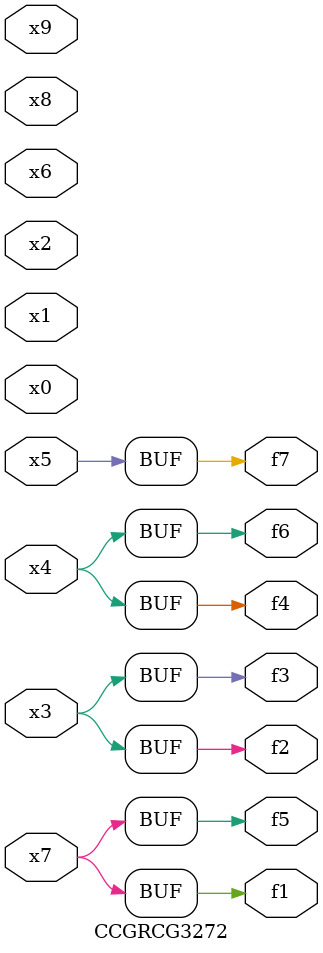
<source format=v>
module CCGRCG3272(
	input x0, x1, x2, x3, x4, x5, x6, x7, x8, x9,
	output f1, f2, f3, f4, f5, f6, f7
);
	assign f1 = x7;
	assign f2 = x3;
	assign f3 = x3;
	assign f4 = x4;
	assign f5 = x7;
	assign f6 = x4;
	assign f7 = x5;
endmodule

</source>
